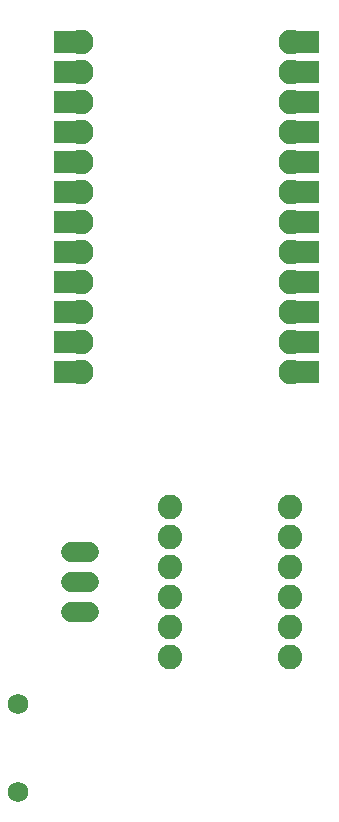
<source format=gts>
G04 Layer: TopSolderMaskLayer*
G04 EasyEDA v6.3.53, 2020-06-18T19:39:47--4:00*
G04 e7e3e9cc35ab4c03949e4311758ff5c7,7c2c677999ea4ec384e77b3a21fa14ba,10*
G04 Gerber Generator version 0.2*
G04 Scale: 100 percent, Rotated: No, Reflected: No *
G04 Dimensions in millimeters *
G04 leading zeros omitted , absolute positions ,3 integer and 3 decimal *
%FSLAX33Y33*%
%MOMM*%
G90*
G71D02*

%ADD21C,1.711198*%
%ADD22C,1.727200*%
%ADD23C,2.082800*%
%ADD25C,2.108200*%

%LPD*%
G54D21*
G01X9406Y22225D02*
G01X10913Y22225D01*
G01X9406Y24765D02*
G01X10913Y24765D01*
G01X9406Y27305D02*
G01X10913Y27305D01*
G54D22*
G01X10287Y70485D03*
G01X10287Y67945D03*
G01X10287Y65405D03*
G01X10287Y62865D03*
G01X10287Y60325D03*
G01X10287Y57785D03*
G01X10287Y55245D03*
G01X10287Y52705D03*
G01X10287Y50165D03*
G01X10287Y47625D03*
G01X10287Y45085D03*
G01X10287Y42545D03*
G01X10160Y27305D03*
G01X10160Y24765D03*
G01X10160Y22225D03*
G01X4953Y14478D03*
G01X4953Y6985D03*
G01X17780Y18415D03*
G01X17780Y20955D03*
G01X17780Y23495D03*
G01X17780Y26035D03*
G01X17780Y28575D03*
G01X17780Y31115D03*
G01X27940Y28575D03*
G01X27940Y26035D03*
G01X27940Y23495D03*
G01X27940Y20955D03*
G01X27940Y18415D03*
G01X28067Y42545D03*
G01X28067Y45085D03*
G01X28067Y47625D03*
G01X28067Y50165D03*
G01X28067Y52705D03*
G01X28067Y55245D03*
G01X28067Y57785D03*
G01X28067Y60325D03*
G01X28067Y62865D03*
G01X28067Y65405D03*
G01X28067Y67945D03*
G01X28067Y70485D03*
G01X27940Y31115D03*
G54D23*
G01X27940Y18415D03*
G01X27940Y20955D03*
G01X27940Y23495D03*
G01X27940Y26035D03*
G01X27940Y28575D03*
G01X27940Y31115D03*
G01X17780Y31115D03*
G01X17780Y28575D03*
G01X17780Y26035D03*
G01X17780Y23495D03*
G01X17780Y20955D03*
G01X17780Y18415D03*
G36*
G01X28272Y64475D02*
G01X28267Y66329D01*
G01X30401Y66334D01*
G01X30406Y64480D01*
G01X28272Y64475D01*
G37*
G36*
G01X28272Y61935D02*
G01X28267Y63789D01*
G01X30401Y63794D01*
G01X30406Y61940D01*
G01X28272Y61935D01*
G37*
G36*
G01X28272Y59395D02*
G01X28267Y61249D01*
G01X30401Y61254D01*
G01X30406Y59400D01*
G01X28272Y59395D01*
G37*
G36*
G01X28272Y56855D02*
G01X28267Y58709D01*
G01X30401Y58714D01*
G01X30406Y56860D01*
G01X28272Y56855D01*
G37*
G36*
G01X28272Y54315D02*
G01X28267Y56169D01*
G01X30401Y56174D01*
G01X30406Y54320D01*
G01X28272Y54315D01*
G37*
G36*
G01X28272Y51775D02*
G01X28267Y53629D01*
G01X30401Y53634D01*
G01X30406Y51780D01*
G01X28272Y51775D01*
G37*
G36*
G01X28272Y49235D02*
G01X28267Y51089D01*
G01X30401Y51094D01*
G01X30406Y49240D01*
G01X28272Y49235D01*
G37*
G36*
G01X28272Y46695D02*
G01X28267Y48549D01*
G01X30401Y48554D01*
G01X30406Y46700D01*
G01X28272Y46695D01*
G37*
G36*
G01X28272Y44155D02*
G01X28267Y46009D01*
G01X30401Y46014D01*
G01X30406Y44160D01*
G01X28272Y44155D01*
G37*
G36*
G01X28272Y41615D02*
G01X28267Y43469D01*
G01X30401Y43474D01*
G01X30406Y41620D01*
G01X28272Y41615D01*
G37*
G36*
G01X7952Y59395D02*
G01X7947Y61249D01*
G01X10081Y61254D01*
G01X10086Y59400D01*
G01X7952Y59395D01*
G37*
G36*
G01X7952Y69555D02*
G01X7947Y71409D01*
G01X10081Y71414D01*
G01X10086Y69560D01*
G01X7952Y69555D01*
G37*
G36*
G01X7952Y64475D02*
G01X7947Y66329D01*
G01X10081Y66334D01*
G01X10086Y64480D01*
G01X7952Y64475D01*
G37*
G36*
G01X7952Y61935D02*
G01X7947Y63789D01*
G01X10081Y63794D01*
G01X10086Y61940D01*
G01X7952Y61935D01*
G37*
G36*
G01X7952Y67015D02*
G01X7947Y68869D01*
G01X10081Y68874D01*
G01X10086Y67020D01*
G01X7952Y67015D01*
G37*
G36*
G01X7952Y56855D02*
G01X7947Y58709D01*
G01X10081Y58714D01*
G01X10086Y56860D01*
G01X7952Y56855D01*
G37*
G36*
G01X7952Y54315D02*
G01X7947Y56169D01*
G01X10081Y56174D01*
G01X10086Y54320D01*
G01X7952Y54315D01*
G37*
G36*
G01X7952Y51775D02*
G01X7947Y53629D01*
G01X10081Y53634D01*
G01X10086Y51780D01*
G01X7952Y51775D01*
G37*
G36*
G01X7952Y49235D02*
G01X7947Y51089D01*
G01X10081Y51094D01*
G01X10086Y49240D01*
G01X7952Y49235D01*
G37*
G36*
G01X7952Y46695D02*
G01X7947Y48549D01*
G01X10081Y48554D01*
G01X10086Y46700D01*
G01X7952Y46695D01*
G37*
G36*
G01X7952Y44155D02*
G01X7947Y46009D01*
G01X10081Y46014D01*
G01X10086Y44160D01*
G01X7952Y44155D01*
G37*
G36*
G01X7952Y41615D02*
G01X7947Y43469D01*
G01X10081Y43474D01*
G01X10086Y41620D01*
G01X7952Y41615D01*
G37*
G36*
G01X28272Y67015D02*
G01X28267Y68869D01*
G01X30401Y68874D01*
G01X30406Y67020D01*
G01X28272Y67015D01*
G37*
G36*
G01X28272Y69555D02*
G01X28267Y71409D01*
G01X30401Y71414D01*
G01X30406Y69560D01*
G01X28272Y69555D01*
G37*
G54D25*
G01X28067Y70485D03*
G01X28067Y67945D03*
G01X28067Y65405D03*
G01X28067Y62865D03*
G01X28067Y60325D03*
G01X28067Y57785D03*
G01X28067Y55245D03*
G01X28067Y52705D03*
G01X28067Y50165D03*
G01X28067Y47625D03*
G01X28067Y45085D03*
G01X28067Y42545D03*
G01X10287Y42545D03*
G01X10287Y45085D03*
G01X10287Y47625D03*
G01X10287Y50165D03*
G01X10287Y52705D03*
G01X10287Y55245D03*
G01X10287Y57785D03*
G01X10287Y60325D03*
G01X10287Y62865D03*
G01X10287Y65405D03*
G01X10287Y67945D03*
G01X10287Y70485D03*
M00*
M02*

</source>
